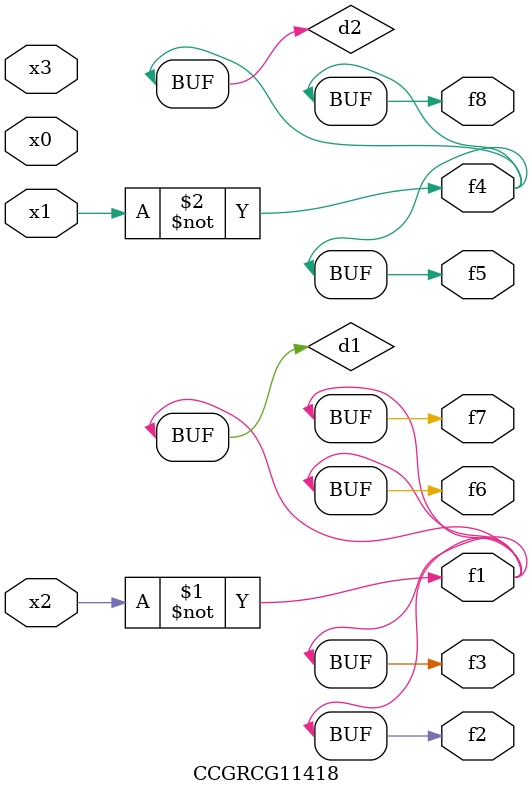
<source format=v>
module CCGRCG11418(
	input x0, x1, x2, x3,
	output f1, f2, f3, f4, f5, f6, f7, f8
);

	wire d1, d2;

	xnor (d1, x2);
	not (d2, x1);
	assign f1 = d1;
	assign f2 = d1;
	assign f3 = d1;
	assign f4 = d2;
	assign f5 = d2;
	assign f6 = d1;
	assign f7 = d1;
	assign f8 = d2;
endmodule

</source>
